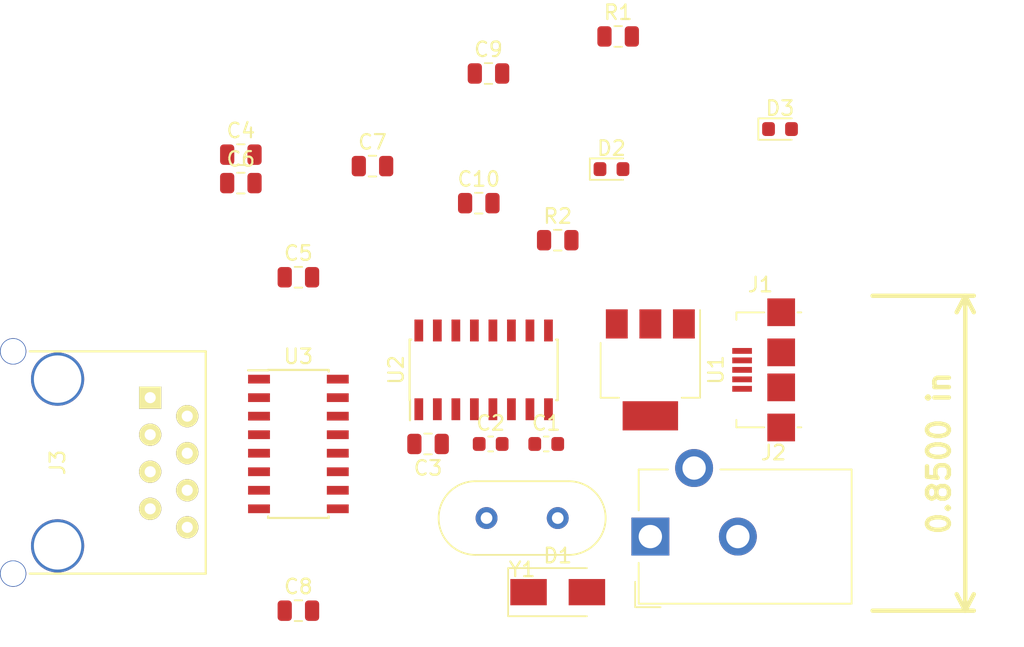
<source format=kicad_pcb>
(kicad_pcb (version 20171130) (host pcbnew 5.0.2+dfsg1-1)

  (general
    (thickness 1.6)
    (drawings 1)
    (tracks 0)
    (zones 0)
    (modules 22)
    (nets 22)
  )

  (page A4)
  (layers
    (0 F.Cu signal)
    (31 B.Cu signal)
    (32 B.Adhes user)
    (33 F.Adhes user)
    (34 B.Paste user)
    (35 F.Paste user)
    (36 B.SilkS user)
    (37 F.SilkS user)
    (38 B.Mask user)
    (39 F.Mask user)
    (40 Dwgs.User user)
    (41 Cmts.User user)
    (42 Eco1.User user)
    (43 Eco2.User user)
    (44 Edge.Cuts user)
    (45 Margin user)
    (46 B.CrtYd user)
    (47 F.CrtYd user)
    (48 B.Fab user)
    (49 F.Fab user)
  )

  (setup
    (last_trace_width 0.25)
    (trace_clearance 0.2)
    (zone_clearance 0.508)
    (zone_45_only no)
    (trace_min 0.2)
    (segment_width 0.2)
    (edge_width 0.15)
    (via_size 0.8)
    (via_drill 0.4)
    (via_min_size 0.4)
    (via_min_drill 0.3)
    (uvia_size 0.3)
    (uvia_drill 0.1)
    (uvias_allowed no)
    (uvia_min_size 0.2)
    (uvia_min_drill 0.1)
    (pcb_text_width 0.3)
    (pcb_text_size 1.5 1.5)
    (mod_edge_width 0.15)
    (mod_text_size 1 1)
    (mod_text_width 0.15)
    (pad_size 1.524 1.524)
    (pad_drill 0.762)
    (pad_to_mask_clearance 0.051)
    (solder_mask_min_width 0.25)
    (aux_axis_origin 0 0)
    (visible_elements FFFFFF7F)
    (pcbplotparams
      (layerselection 0x010fc_ffffffff)
      (usegerberextensions false)
      (usegerberattributes false)
      (usegerberadvancedattributes false)
      (creategerberjobfile false)
      (excludeedgelayer true)
      (linewidth 0.150000)
      (plotframeref false)
      (viasonmask false)
      (mode 1)
      (useauxorigin false)
      (hpglpennumber 1)
      (hpglpenspeed 20)
      (hpglpendiameter 15.000000)
      (psnegative false)
      (psa4output false)
      (plotreference true)
      (plotvalue true)
      (plotinvisibletext false)
      (padsonsilk false)
      (subtractmaskfromsilk false)
      (outputformat 1)
      (mirror false)
      (drillshape 1)
      (scaleselection 1)
      (outputdirectory ""))
  )

  (net 0 "")
  (net 1 /USB_XI)
  (net 2 Earth)
  (net 3 "Net-(C2-Pad1)")
  (net 4 3V3)
  (net 5 "Net-(C4-Pad1)")
  (net 6 "Net-(C4-Pad2)")
  (net 7 "Net-(C6-Pad2)")
  (net 8 "Net-(C6-Pad1)")
  (net 9 "Net-(C7-Pad2)")
  (net 10 "Net-(C8-Pad2)")
  (net 11 12V)
  (net 12 /12VR)
  (net 13 /5V)
  (net 14 /USB_D-)
  (net 15 /USB_D+)
  (net 16 /RS232_TX)
  (net 17 /RS232_RX)
  (net 18 /TTL_TX)
  (net 19 /TTL_RX)
  (net 20 "Net-(D2-Pad2)")
  (net 21 "Net-(D3-Pad2)")

  (net_class Default "This is the default net class."
    (clearance 0.2)
    (trace_width 0.25)
    (via_dia 0.8)
    (via_drill 0.4)
    (uvia_dia 0.3)
    (uvia_drill 0.1)
    (add_net /12VR)
    (add_net /5V)
    (add_net /RS232_RX)
    (add_net /RS232_TX)
    (add_net /TTL_RX)
    (add_net /TTL_TX)
    (add_net /USB_D+)
    (add_net /USB_D-)
    (add_net /USB_XI)
    (add_net 12V)
    (add_net 3V3)
    (add_net Earth)
    (add_net "Net-(C2-Pad1)")
    (add_net "Net-(C4-Pad1)")
    (add_net "Net-(C4-Pad2)")
    (add_net "Net-(C6-Pad1)")
    (add_net "Net-(C6-Pad2)")
    (add_net "Net-(C7-Pad2)")
    (add_net "Net-(C8-Pad2)")
    (add_net "Net-(D2-Pad2)")
    (add_net "Net-(D3-Pad2)")
  )

  (module Capacitor_SMD:C_0603_1608Metric (layer F.Cu) (tedit 5B301BBE) (tstamp 5E0065CD)
    (at 124.9425 76.2)
    (descr "Capacitor SMD 0603 (1608 Metric), square (rectangular) end terminal, IPC_7351 nominal, (Body size source: http://www.tortai-tech.com/upload/download/2011102023233369053.pdf), generated with kicad-footprint-generator")
    (tags capacitor)
    (path /5DABEB73)
    (attr smd)
    (fp_text reference C1 (at 0 -1.43) (layer F.SilkS)
      (effects (font (size 1 1) (thickness 0.15)))
    )
    (fp_text value 22pF (at 0 1.43) (layer F.Fab)
      (effects (font (size 1 1) (thickness 0.15)))
    )
    (fp_line (start -0.8 0.4) (end -0.8 -0.4) (layer F.Fab) (width 0.1))
    (fp_line (start -0.8 -0.4) (end 0.8 -0.4) (layer F.Fab) (width 0.1))
    (fp_line (start 0.8 -0.4) (end 0.8 0.4) (layer F.Fab) (width 0.1))
    (fp_line (start 0.8 0.4) (end -0.8 0.4) (layer F.Fab) (width 0.1))
    (fp_line (start -0.162779 -0.51) (end 0.162779 -0.51) (layer F.SilkS) (width 0.12))
    (fp_line (start -0.162779 0.51) (end 0.162779 0.51) (layer F.SilkS) (width 0.12))
    (fp_line (start -1.48 0.73) (end -1.48 -0.73) (layer F.CrtYd) (width 0.05))
    (fp_line (start -1.48 -0.73) (end 1.48 -0.73) (layer F.CrtYd) (width 0.05))
    (fp_line (start 1.48 -0.73) (end 1.48 0.73) (layer F.CrtYd) (width 0.05))
    (fp_line (start 1.48 0.73) (end -1.48 0.73) (layer F.CrtYd) (width 0.05))
    (fp_text user %R (at 0 0) (layer F.Fab)
      (effects (font (size 0.4 0.4) (thickness 0.06)))
    )
    (pad 1 smd roundrect (at -0.7875 0) (size 0.875 0.95) (layers F.Cu F.Paste F.Mask) (roundrect_rratio 0.25)
      (net 1 /USB_XI))
    (pad 2 smd roundrect (at 0.7875 0) (size 0.875 0.95) (layers F.Cu F.Paste F.Mask) (roundrect_rratio 0.25)
      (net 2 Earth))
    (model ${KISYS3DMOD}/Capacitor_SMD.3dshapes/C_0603_1608Metric.wrl
      (at (xyz 0 0 0))
      (scale (xyz 1 1 1))
      (rotate (xyz 0 0 0))
    )
  )

  (module Capacitor_SMD:C_0603_1608Metric (layer F.Cu) (tedit 5B301BBE) (tstamp 5E0065DE)
    (at 121.1325 76.2)
    (descr "Capacitor SMD 0603 (1608 Metric), square (rectangular) end terminal, IPC_7351 nominal, (Body size source: http://www.tortai-tech.com/upload/download/2011102023233369053.pdf), generated with kicad-footprint-generator")
    (tags capacitor)
    (path /5DABEC2D)
    (attr smd)
    (fp_text reference C2 (at 0 -1.43) (layer F.SilkS)
      (effects (font (size 1 1) (thickness 0.15)))
    )
    (fp_text value 22pF (at 0 1.43) (layer F.Fab)
      (effects (font (size 1 1) (thickness 0.15)))
    )
    (fp_text user %R (at 0 0) (layer F.Fab)
      (effects (font (size 0.4 0.4) (thickness 0.06)))
    )
    (fp_line (start 1.48 0.73) (end -1.48 0.73) (layer F.CrtYd) (width 0.05))
    (fp_line (start 1.48 -0.73) (end 1.48 0.73) (layer F.CrtYd) (width 0.05))
    (fp_line (start -1.48 -0.73) (end 1.48 -0.73) (layer F.CrtYd) (width 0.05))
    (fp_line (start -1.48 0.73) (end -1.48 -0.73) (layer F.CrtYd) (width 0.05))
    (fp_line (start -0.162779 0.51) (end 0.162779 0.51) (layer F.SilkS) (width 0.12))
    (fp_line (start -0.162779 -0.51) (end 0.162779 -0.51) (layer F.SilkS) (width 0.12))
    (fp_line (start 0.8 0.4) (end -0.8 0.4) (layer F.Fab) (width 0.1))
    (fp_line (start 0.8 -0.4) (end 0.8 0.4) (layer F.Fab) (width 0.1))
    (fp_line (start -0.8 -0.4) (end 0.8 -0.4) (layer F.Fab) (width 0.1))
    (fp_line (start -0.8 0.4) (end -0.8 -0.4) (layer F.Fab) (width 0.1))
    (pad 2 smd roundrect (at 0.7875 0) (size 0.875 0.95) (layers F.Cu F.Paste F.Mask) (roundrect_rratio 0.25)
      (net 2 Earth))
    (pad 1 smd roundrect (at -0.7875 0) (size 0.875 0.95) (layers F.Cu F.Paste F.Mask) (roundrect_rratio 0.25)
      (net 3 "Net-(C2-Pad1)"))
    (model ${KISYS3DMOD}/Capacitor_SMD.3dshapes/C_0603_1608Metric.wrl
      (at (xyz 0 0 0))
      (scale (xyz 1 1 1))
      (rotate (xyz 0 0 0))
    )
  )

  (module Capacitor_SMD:C_0805_2012Metric (layer F.Cu) (tedit 5B36C52B) (tstamp 5E0065EF)
    (at 116.84 76.2 180)
    (descr "Capacitor SMD 0805 (2012 Metric), square (rectangular) end terminal, IPC_7351 nominal, (Body size source: https://docs.google.com/spreadsheets/d/1BsfQQcO9C6DZCsRaXUlFlo91Tg2WpOkGARC1WS5S8t0/edit?usp=sharing), generated with kicad-footprint-generator")
    (tags capacitor)
    (path /5DABC6E8)
    (attr smd)
    (fp_text reference C3 (at 0 -1.65 180) (layer F.SilkS)
      (effects (font (size 1 1) (thickness 0.15)))
    )
    (fp_text value 100nF (at 0 1.65 180) (layer F.Fab)
      (effects (font (size 1 1) (thickness 0.15)))
    )
    (fp_text user %R (at 0 0 180) (layer F.Fab)
      (effects (font (size 0.5 0.5) (thickness 0.08)))
    )
    (fp_line (start 1.68 0.95) (end -1.68 0.95) (layer F.CrtYd) (width 0.05))
    (fp_line (start 1.68 -0.95) (end 1.68 0.95) (layer F.CrtYd) (width 0.05))
    (fp_line (start -1.68 -0.95) (end 1.68 -0.95) (layer F.CrtYd) (width 0.05))
    (fp_line (start -1.68 0.95) (end -1.68 -0.95) (layer F.CrtYd) (width 0.05))
    (fp_line (start -0.258578 0.71) (end 0.258578 0.71) (layer F.SilkS) (width 0.12))
    (fp_line (start -0.258578 -0.71) (end 0.258578 -0.71) (layer F.SilkS) (width 0.12))
    (fp_line (start 1 0.6) (end -1 0.6) (layer F.Fab) (width 0.1))
    (fp_line (start 1 -0.6) (end 1 0.6) (layer F.Fab) (width 0.1))
    (fp_line (start -1 -0.6) (end 1 -0.6) (layer F.Fab) (width 0.1))
    (fp_line (start -1 0.6) (end -1 -0.6) (layer F.Fab) (width 0.1))
    (pad 2 smd roundrect (at 0.9375 0 180) (size 0.975 1.4) (layers F.Cu F.Paste F.Mask) (roundrect_rratio 0.25)
      (net 2 Earth))
    (pad 1 smd roundrect (at -0.9375 0 180) (size 0.975 1.4) (layers F.Cu F.Paste F.Mask) (roundrect_rratio 0.25)
      (net 4 3V3))
    (model ${KISYS3DMOD}/Capacitor_SMD.3dshapes/C_0805_2012Metric.wrl
      (at (xyz 0 0 0))
      (scale (xyz 1 1 1))
      (rotate (xyz 0 0 0))
    )
  )

  (module Capacitor_SMD:C_0805_2012Metric (layer F.Cu) (tedit 5B36C52B) (tstamp 5E006600)
    (at 104.005001 56.365001)
    (descr "Capacitor SMD 0805 (2012 Metric), square (rectangular) end terminal, IPC_7351 nominal, (Body size source: https://docs.google.com/spreadsheets/d/1BsfQQcO9C6DZCsRaXUlFlo91Tg2WpOkGARC1WS5S8t0/edit?usp=sharing), generated with kicad-footprint-generator")
    (tags capacitor)
    (path /5DA91EA3)
    (attr smd)
    (fp_text reference C4 (at 0 -1.65) (layer F.SilkS)
      (effects (font (size 1 1) (thickness 0.15)))
    )
    (fp_text value 100nF (at 0 1.65) (layer F.Fab)
      (effects (font (size 1 1) (thickness 0.15)))
    )
    (fp_line (start -1 0.6) (end -1 -0.6) (layer F.Fab) (width 0.1))
    (fp_line (start -1 -0.6) (end 1 -0.6) (layer F.Fab) (width 0.1))
    (fp_line (start 1 -0.6) (end 1 0.6) (layer F.Fab) (width 0.1))
    (fp_line (start 1 0.6) (end -1 0.6) (layer F.Fab) (width 0.1))
    (fp_line (start -0.258578 -0.71) (end 0.258578 -0.71) (layer F.SilkS) (width 0.12))
    (fp_line (start -0.258578 0.71) (end 0.258578 0.71) (layer F.SilkS) (width 0.12))
    (fp_line (start -1.68 0.95) (end -1.68 -0.95) (layer F.CrtYd) (width 0.05))
    (fp_line (start -1.68 -0.95) (end 1.68 -0.95) (layer F.CrtYd) (width 0.05))
    (fp_line (start 1.68 -0.95) (end 1.68 0.95) (layer F.CrtYd) (width 0.05))
    (fp_line (start 1.68 0.95) (end -1.68 0.95) (layer F.CrtYd) (width 0.05))
    (fp_text user %R (at 0 0) (layer F.Fab)
      (effects (font (size 0.5 0.5) (thickness 0.08)))
    )
    (pad 1 smd roundrect (at -0.9375 0) (size 0.975 1.4) (layers F.Cu F.Paste F.Mask) (roundrect_rratio 0.25)
      (net 5 "Net-(C4-Pad1)"))
    (pad 2 smd roundrect (at 0.9375 0) (size 0.975 1.4) (layers F.Cu F.Paste F.Mask) (roundrect_rratio 0.25)
      (net 6 "Net-(C4-Pad2)"))
    (model ${KISYS3DMOD}/Capacitor_SMD.3dshapes/C_0805_2012Metric.wrl
      (at (xyz 0 0 0))
      (scale (xyz 1 1 1))
      (rotate (xyz 0 0 0))
    )
  )

  (module Capacitor_SMD:C_0805_2012Metric (layer F.Cu) (tedit 5B36C52B) (tstamp 5E006611)
    (at 107.95 64.77)
    (descr "Capacitor SMD 0805 (2012 Metric), square (rectangular) end terminal, IPC_7351 nominal, (Body size source: https://docs.google.com/spreadsheets/d/1BsfQQcO9C6DZCsRaXUlFlo91Tg2WpOkGARC1WS5S8t0/edit?usp=sharing), generated with kicad-footprint-generator")
    (tags capacitor)
    (path /5DA921C2)
    (attr smd)
    (fp_text reference C5 (at 0 -1.65) (layer F.SilkS)
      (effects (font (size 1 1) (thickness 0.15)))
    )
    (fp_text value 100nF (at 0 1.65) (layer F.Fab)
      (effects (font (size 1 1) (thickness 0.15)))
    )
    (fp_line (start -1 0.6) (end -1 -0.6) (layer F.Fab) (width 0.1))
    (fp_line (start -1 -0.6) (end 1 -0.6) (layer F.Fab) (width 0.1))
    (fp_line (start 1 -0.6) (end 1 0.6) (layer F.Fab) (width 0.1))
    (fp_line (start 1 0.6) (end -1 0.6) (layer F.Fab) (width 0.1))
    (fp_line (start -0.258578 -0.71) (end 0.258578 -0.71) (layer F.SilkS) (width 0.12))
    (fp_line (start -0.258578 0.71) (end 0.258578 0.71) (layer F.SilkS) (width 0.12))
    (fp_line (start -1.68 0.95) (end -1.68 -0.95) (layer F.CrtYd) (width 0.05))
    (fp_line (start -1.68 -0.95) (end 1.68 -0.95) (layer F.CrtYd) (width 0.05))
    (fp_line (start 1.68 -0.95) (end 1.68 0.95) (layer F.CrtYd) (width 0.05))
    (fp_line (start 1.68 0.95) (end -1.68 0.95) (layer F.CrtYd) (width 0.05))
    (fp_text user %R (at 0 0) (layer F.Fab)
      (effects (font (size 0.5 0.5) (thickness 0.08)))
    )
    (pad 1 smd roundrect (at -0.9375 0) (size 0.975 1.4) (layers F.Cu F.Paste F.Mask) (roundrect_rratio 0.25)
      (net 2 Earth))
    (pad 2 smd roundrect (at 0.9375 0) (size 0.975 1.4) (layers F.Cu F.Paste F.Mask) (roundrect_rratio 0.25)
      (net 4 3V3))
    (model ${KISYS3DMOD}/Capacitor_SMD.3dshapes/C_0805_2012Metric.wrl
      (at (xyz 0 0 0))
      (scale (xyz 1 1 1))
      (rotate (xyz 0 0 0))
    )
  )

  (module Capacitor_SMD:C_0805_2012Metric (layer F.Cu) (tedit 5B36C52B) (tstamp 5E006622)
    (at 104.005001 58.315001)
    (descr "Capacitor SMD 0805 (2012 Metric), square (rectangular) end terminal, IPC_7351 nominal, (Body size source: https://docs.google.com/spreadsheets/d/1BsfQQcO9C6DZCsRaXUlFlo91Tg2WpOkGARC1WS5S8t0/edit?usp=sharing), generated with kicad-footprint-generator")
    (tags capacitor)
    (path /5DA9212B)
    (attr smd)
    (fp_text reference C6 (at 0 -1.65) (layer F.SilkS)
      (effects (font (size 1 1) (thickness 0.15)))
    )
    (fp_text value 100nF (at 0 1.65) (layer F.Fab)
      (effects (font (size 1 1) (thickness 0.15)))
    )
    (fp_text user %R (at 0 0) (layer F.Fab)
      (effects (font (size 0.5 0.5) (thickness 0.08)))
    )
    (fp_line (start 1.68 0.95) (end -1.68 0.95) (layer F.CrtYd) (width 0.05))
    (fp_line (start 1.68 -0.95) (end 1.68 0.95) (layer F.CrtYd) (width 0.05))
    (fp_line (start -1.68 -0.95) (end 1.68 -0.95) (layer F.CrtYd) (width 0.05))
    (fp_line (start -1.68 0.95) (end -1.68 -0.95) (layer F.CrtYd) (width 0.05))
    (fp_line (start -0.258578 0.71) (end 0.258578 0.71) (layer F.SilkS) (width 0.12))
    (fp_line (start -0.258578 -0.71) (end 0.258578 -0.71) (layer F.SilkS) (width 0.12))
    (fp_line (start 1 0.6) (end -1 0.6) (layer F.Fab) (width 0.1))
    (fp_line (start 1 -0.6) (end 1 0.6) (layer F.Fab) (width 0.1))
    (fp_line (start -1 -0.6) (end 1 -0.6) (layer F.Fab) (width 0.1))
    (fp_line (start -1 0.6) (end -1 -0.6) (layer F.Fab) (width 0.1))
    (pad 2 smd roundrect (at 0.9375 0) (size 0.975 1.4) (layers F.Cu F.Paste F.Mask) (roundrect_rratio 0.25)
      (net 7 "Net-(C6-Pad2)"))
    (pad 1 smd roundrect (at -0.9375 0) (size 0.975 1.4) (layers F.Cu F.Paste F.Mask) (roundrect_rratio 0.25)
      (net 8 "Net-(C6-Pad1)"))
    (model ${KISYS3DMOD}/Capacitor_SMD.3dshapes/C_0805_2012Metric.wrl
      (at (xyz 0 0 0))
      (scale (xyz 1 1 1))
      (rotate (xyz 0 0 0))
    )
  )

  (module Capacitor_SMD:C_0805_2012Metric (layer F.Cu) (tedit 5B36C52B) (tstamp 5E006633)
    (at 113.03 57.15)
    (descr "Capacitor SMD 0805 (2012 Metric), square (rectangular) end terminal, IPC_7351 nominal, (Body size source: https://docs.google.com/spreadsheets/d/1BsfQQcO9C6DZCsRaXUlFlo91Tg2WpOkGARC1WS5S8t0/edit?usp=sharing), generated with kicad-footprint-generator")
    (tags capacitor)
    (path /5DA91F74)
    (attr smd)
    (fp_text reference C7 (at 0 -1.65) (layer F.SilkS)
      (effects (font (size 1 1) (thickness 0.15)))
    )
    (fp_text value 100nF (at 0 1.65) (layer F.Fab)
      (effects (font (size 1 1) (thickness 0.15)))
    )
    (fp_text user %R (at 0 0) (layer F.Fab)
      (effects (font (size 0.5 0.5) (thickness 0.08)))
    )
    (fp_line (start 1.68 0.95) (end -1.68 0.95) (layer F.CrtYd) (width 0.05))
    (fp_line (start 1.68 -0.95) (end 1.68 0.95) (layer F.CrtYd) (width 0.05))
    (fp_line (start -1.68 -0.95) (end 1.68 -0.95) (layer F.CrtYd) (width 0.05))
    (fp_line (start -1.68 0.95) (end -1.68 -0.95) (layer F.CrtYd) (width 0.05))
    (fp_line (start -0.258578 0.71) (end 0.258578 0.71) (layer F.SilkS) (width 0.12))
    (fp_line (start -0.258578 -0.71) (end 0.258578 -0.71) (layer F.SilkS) (width 0.12))
    (fp_line (start 1 0.6) (end -1 0.6) (layer F.Fab) (width 0.1))
    (fp_line (start 1 -0.6) (end 1 0.6) (layer F.Fab) (width 0.1))
    (fp_line (start -1 -0.6) (end 1 -0.6) (layer F.Fab) (width 0.1))
    (fp_line (start -1 0.6) (end -1 -0.6) (layer F.Fab) (width 0.1))
    (pad 2 smd roundrect (at 0.9375 0) (size 0.975 1.4) (layers F.Cu F.Paste F.Mask) (roundrect_rratio 0.25)
      (net 9 "Net-(C7-Pad2)"))
    (pad 1 smd roundrect (at -0.9375 0) (size 0.975 1.4) (layers F.Cu F.Paste F.Mask) (roundrect_rratio 0.25)
      (net 4 3V3))
    (model ${KISYS3DMOD}/Capacitor_SMD.3dshapes/C_0805_2012Metric.wrl
      (at (xyz 0 0 0))
      (scale (xyz 1 1 1))
      (rotate (xyz 0 0 0))
    )
  )

  (module Capacitor_SMD:C_0805_2012Metric (layer F.Cu) (tedit 5B36C52B) (tstamp 5E006E8A)
    (at 107.95 87.63)
    (descr "Capacitor SMD 0805 (2012 Metric), square (rectangular) end terminal, IPC_7351 nominal, (Body size source: https://docs.google.com/spreadsheets/d/1BsfQQcO9C6DZCsRaXUlFlo91Tg2WpOkGARC1WS5S8t0/edit?usp=sharing), generated with kicad-footprint-generator")
    (tags capacitor)
    (path /5DA9202C)
    (attr smd)
    (fp_text reference C8 (at 0 -1.65) (layer F.SilkS)
      (effects (font (size 1 1) (thickness 0.15)))
    )
    (fp_text value 100nF (at 0 1.65) (layer F.Fab)
      (effects (font (size 1 1) (thickness 0.15)))
    )
    (fp_line (start -1 0.6) (end -1 -0.6) (layer F.Fab) (width 0.1))
    (fp_line (start -1 -0.6) (end 1 -0.6) (layer F.Fab) (width 0.1))
    (fp_line (start 1 -0.6) (end 1 0.6) (layer F.Fab) (width 0.1))
    (fp_line (start 1 0.6) (end -1 0.6) (layer F.Fab) (width 0.1))
    (fp_line (start -0.258578 -0.71) (end 0.258578 -0.71) (layer F.SilkS) (width 0.12))
    (fp_line (start -0.258578 0.71) (end 0.258578 0.71) (layer F.SilkS) (width 0.12))
    (fp_line (start -1.68 0.95) (end -1.68 -0.95) (layer F.CrtYd) (width 0.05))
    (fp_line (start -1.68 -0.95) (end 1.68 -0.95) (layer F.CrtYd) (width 0.05))
    (fp_line (start 1.68 -0.95) (end 1.68 0.95) (layer F.CrtYd) (width 0.05))
    (fp_line (start 1.68 0.95) (end -1.68 0.95) (layer F.CrtYd) (width 0.05))
    (fp_text user %R (at 0 0) (layer F.Fab)
      (effects (font (size 0.5 0.5) (thickness 0.08)))
    )
    (pad 1 smd roundrect (at -0.9375 0) (size 0.975 1.4) (layers F.Cu F.Paste F.Mask) (roundrect_rratio 0.25)
      (net 2 Earth))
    (pad 2 smd roundrect (at 0.9375 0) (size 0.975 1.4) (layers F.Cu F.Paste F.Mask) (roundrect_rratio 0.25)
      (net 10 "Net-(C8-Pad2)"))
    (model ${KISYS3DMOD}/Capacitor_SMD.3dshapes/C_0805_2012Metric.wrl
      (at (xyz 0 0 0))
      (scale (xyz 1 1 1))
      (rotate (xyz 0 0 0))
    )
  )

  (module Diode_SMD:D_SMA (layer F.Cu) (tedit 586432E5) (tstamp 5E00665C)
    (at 125.73 86.36)
    (descr "Diode SMA (DO-214AC)")
    (tags "Diode SMA (DO-214AC)")
    (path /5DA91DAE)
    (attr smd)
    (fp_text reference D1 (at 0 -2.5) (layer F.SilkS)
      (effects (font (size 1 1) (thickness 0.15)))
    )
    (fp_text value SS14 (at 0 2.6) (layer F.Fab)
      (effects (font (size 1 1) (thickness 0.15)))
    )
    (fp_text user %R (at 0 -2.5) (layer F.Fab)
      (effects (font (size 1 1) (thickness 0.15)))
    )
    (fp_line (start -3.4 -1.65) (end -3.4 1.65) (layer F.SilkS) (width 0.12))
    (fp_line (start 2.3 1.5) (end -2.3 1.5) (layer F.Fab) (width 0.1))
    (fp_line (start -2.3 1.5) (end -2.3 -1.5) (layer F.Fab) (width 0.1))
    (fp_line (start 2.3 -1.5) (end 2.3 1.5) (layer F.Fab) (width 0.1))
    (fp_line (start 2.3 -1.5) (end -2.3 -1.5) (layer F.Fab) (width 0.1))
    (fp_line (start -3.5 -1.75) (end 3.5 -1.75) (layer F.CrtYd) (width 0.05))
    (fp_line (start 3.5 -1.75) (end 3.5 1.75) (layer F.CrtYd) (width 0.05))
    (fp_line (start 3.5 1.75) (end -3.5 1.75) (layer F.CrtYd) (width 0.05))
    (fp_line (start -3.5 1.75) (end -3.5 -1.75) (layer F.CrtYd) (width 0.05))
    (fp_line (start -0.64944 0.00102) (end -1.55114 0.00102) (layer F.Fab) (width 0.1))
    (fp_line (start 0.50118 0.00102) (end 1.4994 0.00102) (layer F.Fab) (width 0.1))
    (fp_line (start -0.64944 -0.79908) (end -0.64944 0.80112) (layer F.Fab) (width 0.1))
    (fp_line (start 0.50118 0.75032) (end 0.50118 -0.79908) (layer F.Fab) (width 0.1))
    (fp_line (start -0.64944 0.00102) (end 0.50118 0.75032) (layer F.Fab) (width 0.1))
    (fp_line (start -0.64944 0.00102) (end 0.50118 -0.79908) (layer F.Fab) (width 0.1))
    (fp_line (start -3.4 1.65) (end 2 1.65) (layer F.SilkS) (width 0.12))
    (fp_line (start -3.4 -1.65) (end 2 -1.65) (layer F.SilkS) (width 0.12))
    (pad 1 smd rect (at -2 0) (size 2.5 1.8) (layers F.Cu F.Paste F.Mask)
      (net 11 12V))
    (pad 2 smd rect (at 2 0) (size 2.5 1.8) (layers F.Cu F.Paste F.Mask)
      (net 12 /12VR))
    (model ${KISYS3DMOD}/Diode_SMD.3dshapes/D_SMA.wrl
      (at (xyz 0 0 0))
      (scale (xyz 1 1 1))
      (rotate (xyz 0 0 0))
    )
  )

  (module flarmusb:USB_Micro (layer F.Cu) (tedit 5A1C90FE) (tstamp 5E00667B)
    (at 139.7 71.12 180)
    (descr http://www.molex.com/pdm_docs/sd/473460001_sd.pdf)
    (tags "Micro-USB SMD")
    (path /5DA90653)
    (attr smd)
    (fp_text reference J1 (at 0.07 5.84) (layer F.SilkS)
      (effects (font (size 1 1) (thickness 0.15)))
    )
    (fp_text value USB_B_Micro (at 0.07 -5.97 180) (layer F.Fab)
      (effects (font (size 1 1) (thickness 0.15)))
    )
    (fp_text user "PCB Front Edge" (at -2.85 7.62 270) (layer Dwgs.User)
      (effects (font (size 0.4 0.4) (thickness 0.04)))
    )
    (fp_line (start 1.72 3.94) (end 1.72 3.43) (layer F.SilkS) (width 0.12))
    (fp_line (start -3.74 4.6) (end -3.74 -4.6) (layer F.CrtYd) (width 0.05))
    (fp_line (start 2.52 4.6) (end -3.74 4.6) (layer F.CrtYd) (width 0.05))
    (fp_line (start 2.52 -4.6) (end 2.52 4.6) (layer F.CrtYd) (width 0.05))
    (fp_line (start -3.74 -4.6) (end 2.52 -4.6) (layer F.CrtYd) (width 0.05))
    (fp_line (start -3.48 3.75) (end -3.48 -3.75) (layer F.Fab) (width 0.1))
    (fp_line (start 1.52 3.75) (end -3.48 3.75) (layer F.Fab) (width 0.1))
    (fp_line (start 1.52 -3.75) (end 1.52 3.75) (layer F.Fab) (width 0.1))
    (fp_line (start -3.48 -3.75) (end 1.52 -3.75) (layer F.Fab) (width 0.1))
    (fp_line (start -2.47 3.94) (end -2.73 3.94) (layer F.SilkS) (width 0.12))
    (fp_line (start 1.72 3.94) (end -0.19 3.94) (layer F.SilkS) (width 0.12))
    (fp_line (start 1.72 -3.94) (end 1.72 -3.43) (layer F.SilkS) (width 0.12))
    (fp_line (start -0.19 -3.94) (end 1.72 -3.94) (layer F.SilkS) (width 0.12))
    (fp_line (start -2.73 -3.94) (end -2.47 -3.94) (layer F.SilkS) (width 0.12))
    (fp_line (start -2.78 -5) (end -2.78 5) (layer Dwgs.User) (width 0.15))
    (pad 1 smd rect (at 1.33 -1.3 180) (size 1.35 0.4) (layers F.Cu F.Paste F.Mask)
      (net 13 /5V) (clearance 0.2))
    (pad 2 smd rect (at 1.33 -0.65 180) (size 1.35 0.4) (layers F.Cu F.Paste F.Mask)
      (net 14 /USB_D-))
    (pad 3 smd rect (at 1.33 0 180) (size 1.35 0.4) (layers F.Cu F.Paste F.Mask)
      (net 15 /USB_D+))
    (pad 4 smd rect (at 1.33 0.65 180) (size 1.35 0.4) (layers F.Cu F.Paste F.Mask)
      (net 2 Earth))
    (pad 5 smd rect (at 1.33 1.3 180) (size 1.35 0.4) (layers F.Cu F.Paste F.Mask)
      (net 2 Earth) (clearance 0.2))
    (pad 6 smd rect (at -1.35 -3.95 180) (size 1.9 1.9) (layers F.Cu F.Paste F.Mask)
      (net 2 Earth))
    (pad 6 smd rect (at -1.35 3.95 180) (size 1.9 1.9) (layers F.Cu F.Paste F.Mask)
      (net 2 Earth))
    (pad 6 smd rect (at -1.35 -1.2 180) (size 1.9 1.9) (layers F.Cu F.Paste F.Mask)
      (net 2 Earth))
    (pad 6 smd rect (at -1.35 1.2 180) (size 1.9 1.9) (layers F.Cu F.Paste F.Mask)
      (net 2 Earth))
    (pad "" np_thru_hole circle (at 0.8 -2 180) (size 0.55 0.55) (drill 0.55) (layers *.Cu)
      (solder_mask_margin 0.1) (clearance 0.1))
    (pad "" np_thru_hole circle (at 0.8 2 180) (size 0.55 0.55) (drill 0.55) (layers *.Cu)
      (solder_mask_margin 0.05) (clearance 0.1))
    (model Connectors_Molex.3dshapes/USB_Micro-B_Molex_47346-0001.wrl
      (offset (xyz -1.269999980926514 0 1.269999980926514))
      (scale (xyz 0.39 0.39 0.39))
      (rotate (xyz -90 0 90))
    )
  )

  (module Connector_BarrelJack:BarrelJack_CUI_PJ-102AH_Horizontal (layer F.Cu) (tedit 5A1DBF38) (tstamp 5E00669D)
    (at 132.08 82.55 90)
    (descr "Thin-pin DC Barrel Jack, https://cdn-shop.adafruit.com/datasheets/21mmdcjackDatasheet.pdf")
    (tags "Power Jack")
    (path /5DA9105C)
    (fp_text reference J2 (at 5.75 8.45 180) (layer F.SilkS)
      (effects (font (size 1 1) (thickness 0.15)))
    )
    (fp_text value Barrel_Jack_Switch (at -5.5 6.2 180) (layer F.Fab)
      (effects (font (size 1 1) (thickness 0.15)))
    )
    (fp_text user %R (at 0 6.5 90) (layer F.Fab)
      (effects (font (size 1 1) (thickness 0.15)))
    )
    (fp_line (start 1.8 -1.8) (end 1.8 -1.2) (layer F.CrtYd) (width 0.05))
    (fp_line (start 1.8 -1.2) (end 5 -1.2) (layer F.CrtYd) (width 0.05))
    (fp_line (start 5 -1.2) (end 5 1.2) (layer F.CrtYd) (width 0.05))
    (fp_line (start 5 1.2) (end 6.5 1.2) (layer F.CrtYd) (width 0.05))
    (fp_line (start 6.5 1.2) (end 6.5 4.8) (layer F.CrtYd) (width 0.05))
    (fp_line (start 6.5 4.8) (end 5 4.8) (layer F.CrtYd) (width 0.05))
    (fp_line (start 5 4.8) (end 5 14.2) (layer F.CrtYd) (width 0.05))
    (fp_line (start 5 14.2) (end -5 14.2) (layer F.CrtYd) (width 0.05))
    (fp_line (start -5 14.2) (end -5 -1.2) (layer F.CrtYd) (width 0.05))
    (fp_line (start -5 -1.2) (end -1.8 -1.2) (layer F.CrtYd) (width 0.05))
    (fp_line (start -1.8 -1.2) (end -1.8 -1.8) (layer F.CrtYd) (width 0.05))
    (fp_line (start -1.8 -1.8) (end 1.8 -1.8) (layer F.CrtYd) (width 0.05))
    (fp_line (start 4.6 4.8) (end 4.6 13.8) (layer F.SilkS) (width 0.12))
    (fp_line (start 4.6 13.8) (end -4.6 13.8) (layer F.SilkS) (width 0.12))
    (fp_line (start -4.6 13.8) (end -4.6 -0.8) (layer F.SilkS) (width 0.12))
    (fp_line (start -4.6 -0.8) (end -1.8 -0.8) (layer F.SilkS) (width 0.12))
    (fp_line (start 1.8 -0.8) (end 4.6 -0.8) (layer F.SilkS) (width 0.12))
    (fp_line (start 4.6 -0.8) (end 4.6 1.2) (layer F.SilkS) (width 0.12))
    (fp_line (start -4.84 0.7) (end -4.84 -1.04) (layer F.SilkS) (width 0.12))
    (fp_line (start -4.84 -1.04) (end -3.1 -1.04) (layer F.SilkS) (width 0.12))
    (fp_line (start 4.5 -0.7) (end 4.5 13.7) (layer F.Fab) (width 0.1))
    (fp_line (start 4.5 13.7) (end -4.5 13.7) (layer F.Fab) (width 0.1))
    (fp_line (start -4.5 13.7) (end -4.5 0.3) (layer F.Fab) (width 0.1))
    (fp_line (start -4.5 0.3) (end -3.5 -0.7) (layer F.Fab) (width 0.1))
    (fp_line (start -3.5 -0.7) (end 4.5 -0.7) (layer F.Fab) (width 0.1))
    (fp_line (start -4.5 10.2) (end 4.5 10.2) (layer F.Fab) (width 0.1))
    (pad 1 thru_hole rect (at 0 0 90) (size 2.6 2.6) (drill 1.6) (layers *.Cu *.Mask)
      (net 12 /12VR))
    (pad 2 thru_hole circle (at 0 6 90) (size 2.6 2.6) (drill 1.6) (layers *.Cu *.Mask)
      (net 2 Earth))
    (pad 3 thru_hole circle (at 4.7 3 90) (size 2.6 2.6) (drill 1.6) (layers *.Cu *.Mask)
      (net 2 Earth))
    (model ${KISYS3DMOD}/Connector_BarrelJack.3dshapes/BarrelJack_CUI_PJ-102AH_Horizontal.wrl
      (at (xyz 0 0 0))
      (scale (xyz 1 1 1))
      (rotate (xyz 0 0 0))
    )
  )

  (module flarmusb:RJ45_SOCKET_SHLD (layer F.Cu) (tedit 5DA4B40E) (tstamp 5E006B71)
    (at 91.44 77.47 270)
    (tags RJ45)
    (path /5DA90CA3)
    (fp_text reference J3 (at 0 0 270) (layer F.SilkS)
      (effects (font (size 1 1) (thickness 0.15)))
    )
    (fp_text value RJ45_Shielded (at 0 -3.5 270) (layer F.Fab)
      (effects (font (size 1 1) (thickness 0.15)))
    )
    (fp_line (start 7.62 1.905) (end 7.62 -10.16) (layer F.SilkS) (width 0.15))
    (fp_line (start 7.62 -10.16) (end -7.62 -10.16) (layer F.SilkS) (width 0.15))
    (fp_line (start -7.62 -10.16) (end -7.62 1.905) (layer F.SilkS) (width 0.15))
    (pad "" np_thru_hole circle (at 5.715 0 270) (size 3.64998 3.64998) (drill 3.2512) (layers *.Cu *.Mask))
    (pad "" np_thru_hole circle (at -5.715 0 270) (size 3.64998 3.64998) (drill 3.2512) (layers *.Cu *.Mask))
    (pad 1 thru_hole rect (at -4.445 -6.35 270) (size 1.524 1.524) (drill 0.762) (layers *.Cu *.Mask F.SilkS)
      (net 2 Earth))
    (pad 2 thru_hole circle (at -3.175 -8.89 270) (size 1.524 1.524) (drill 0.762) (layers *.Cu *.Mask F.SilkS)
      (net 2 Earth))
    (pad 3 thru_hole circle (at -1.905 -6.35 270) (size 1.524 1.524) (drill 0.762) (layers *.Cu *.Mask F.SilkS)
      (net 16 /RS232_TX))
    (pad 4 thru_hole circle (at -0.635 -8.89 270) (size 1.524 1.524) (drill 0.762) (layers *.Cu *.Mask F.SilkS)
      (net 17 /RS232_RX))
    (pad 5 thru_hole circle (at 0.635 -6.35 270) (size 1.524 1.524) (drill 0.762) (layers *.Cu *.Mask F.SilkS))
    (pad 6 thru_hole circle (at 1.905 -8.89 270) (size 1.524 1.524) (drill 0.762) (layers *.Cu *.Mask F.SilkS))
    (pad 7 thru_hole circle (at 3.175 -6.35 270) (size 1.524 1.524) (drill 0.762) (layers *.Cu *.Mask F.SilkS)
      (net 11 12V))
    (pad 8 thru_hole circle (at 4.445 -8.89 270) (size 1.524 1.524) (drill 0.762) (layers *.Cu *.Mask F.SilkS)
      (net 11 12V))
    (pad SH thru_hole circle (at -7.62 3.048 270) (size 1.8 1.8) (drill 1.7) (layers *.Cu *.Mask)
      (net 2 Earth))
    (pad SH thru_hole circle (at 7.62 3.048 270) (size 1.8 1.8) (drill 1.7) (layers *.Cu *.Mask)
      (net 2 Earth))
    (model Connect.3dshapes/RJ45_8.wrl
      (at (xyz 0 0 0))
      (scale (xyz 0.4 0.4 0.4))
      (rotate (xyz 0 0 0))
    )
  )

  (module Package_TO_SOT_SMD:SOT-223-3_TabPin2 (layer F.Cu) (tedit 5A02FF57) (tstamp 5E0066C6)
    (at 132.08 71.12 270)
    (descr "module CMS SOT223 4 pins")
    (tags "CMS SOT")
    (path /5DA91733)
    (attr smd)
    (fp_text reference U1 (at 0 -4.5 270) (layer F.SilkS)
      (effects (font (size 1 1) (thickness 0.15)))
    )
    (fp_text value LM3940-3.3 (at 0 4.5 270) (layer F.Fab)
      (effects (font (size 1 1) (thickness 0.15)))
    )
    (fp_text user %R (at 0 0) (layer F.Fab)
      (effects (font (size 0.8 0.8) (thickness 0.12)))
    )
    (fp_line (start 1.91 3.41) (end 1.91 2.15) (layer F.SilkS) (width 0.12))
    (fp_line (start 1.91 -3.41) (end 1.91 -2.15) (layer F.SilkS) (width 0.12))
    (fp_line (start 4.4 -3.6) (end -4.4 -3.6) (layer F.CrtYd) (width 0.05))
    (fp_line (start 4.4 3.6) (end 4.4 -3.6) (layer F.CrtYd) (width 0.05))
    (fp_line (start -4.4 3.6) (end 4.4 3.6) (layer F.CrtYd) (width 0.05))
    (fp_line (start -4.4 -3.6) (end -4.4 3.6) (layer F.CrtYd) (width 0.05))
    (fp_line (start -1.85 -2.35) (end -0.85 -3.35) (layer F.Fab) (width 0.1))
    (fp_line (start -1.85 -2.35) (end -1.85 3.35) (layer F.Fab) (width 0.1))
    (fp_line (start -1.85 3.41) (end 1.91 3.41) (layer F.SilkS) (width 0.12))
    (fp_line (start -0.85 -3.35) (end 1.85 -3.35) (layer F.Fab) (width 0.1))
    (fp_line (start -4.1 -3.41) (end 1.91 -3.41) (layer F.SilkS) (width 0.12))
    (fp_line (start -1.85 3.35) (end 1.85 3.35) (layer F.Fab) (width 0.1))
    (fp_line (start 1.85 -3.35) (end 1.85 3.35) (layer F.Fab) (width 0.1))
    (pad 2 smd rect (at 3.15 0 270) (size 2 3.8) (layers F.Cu F.Paste F.Mask)
      (net 2 Earth))
    (pad 2 smd rect (at -3.15 0 270) (size 2 1.5) (layers F.Cu F.Paste F.Mask)
      (net 2 Earth))
    (pad 3 smd rect (at -3.15 2.3 270) (size 2 1.5) (layers F.Cu F.Paste F.Mask)
      (net 4 3V3))
    (pad 1 smd rect (at -3.15 -2.3 270) (size 2 1.5) (layers F.Cu F.Paste F.Mask)
      (net 13 /5V))
    (model ${KISYS3DMOD}/Package_TO_SOT_SMD.3dshapes/SOT-223.wrl
      (at (xyz 0 0 0))
      (scale (xyz 1 1 1))
      (rotate (xyz 0 0 0))
    )
  )

  (module Package_SO:SOIC-16_3.9x9.9mm_P1.27mm (layer F.Cu) (tedit 5A02F2D3) (tstamp 5E0066EB)
    (at 120.65 71.12 90)
    (descr "16-Lead Plastic Small Outline (SL) - Narrow, 3.90 mm Body [SOIC] (see Microchip Packaging Specification 00000049BS.pdf)")
    (tags "SOIC 1.27")
    (path /5DA906FF)
    (attr smd)
    (fp_text reference U2 (at 0 -6 90) (layer F.SilkS)
      (effects (font (size 1 1) (thickness 0.15)))
    )
    (fp_text value CH340G (at 0 6 90) (layer F.Fab)
      (effects (font (size 1 1) (thickness 0.15)))
    )
    (fp_text user %R (at 0 0 90) (layer F.Fab)
      (effects (font (size 0.9 0.9) (thickness 0.135)))
    )
    (fp_line (start -0.95 -4.95) (end 1.95 -4.95) (layer F.Fab) (width 0.15))
    (fp_line (start 1.95 -4.95) (end 1.95 4.95) (layer F.Fab) (width 0.15))
    (fp_line (start 1.95 4.95) (end -1.95 4.95) (layer F.Fab) (width 0.15))
    (fp_line (start -1.95 4.95) (end -1.95 -3.95) (layer F.Fab) (width 0.15))
    (fp_line (start -1.95 -3.95) (end -0.95 -4.95) (layer F.Fab) (width 0.15))
    (fp_line (start -3.7 -5.25) (end -3.7 5.25) (layer F.CrtYd) (width 0.05))
    (fp_line (start 3.7 -5.25) (end 3.7 5.25) (layer F.CrtYd) (width 0.05))
    (fp_line (start -3.7 -5.25) (end 3.7 -5.25) (layer F.CrtYd) (width 0.05))
    (fp_line (start -3.7 5.25) (end 3.7 5.25) (layer F.CrtYd) (width 0.05))
    (fp_line (start -2.075 -5.075) (end -2.075 -5.05) (layer F.SilkS) (width 0.15))
    (fp_line (start 2.075 -5.075) (end 2.075 -4.97) (layer F.SilkS) (width 0.15))
    (fp_line (start 2.075 5.075) (end 2.075 4.97) (layer F.SilkS) (width 0.15))
    (fp_line (start -2.075 5.075) (end -2.075 4.97) (layer F.SilkS) (width 0.15))
    (fp_line (start -2.075 -5.075) (end 2.075 -5.075) (layer F.SilkS) (width 0.15))
    (fp_line (start -2.075 5.075) (end 2.075 5.075) (layer F.SilkS) (width 0.15))
    (fp_line (start -2.075 -5.05) (end -3.45 -5.05) (layer F.SilkS) (width 0.15))
    (pad 1 smd rect (at -2.7 -4.445 90) (size 1.5 0.6) (layers F.Cu F.Paste F.Mask)
      (net 2 Earth))
    (pad 2 smd rect (at -2.7 -3.175 90) (size 1.5 0.6) (layers F.Cu F.Paste F.Mask)
      (net 18 /TTL_TX))
    (pad 3 smd rect (at -2.7 -1.905 90) (size 1.5 0.6) (layers F.Cu F.Paste F.Mask)
      (net 19 /TTL_RX))
    (pad 4 smd rect (at -2.7 -0.635 90) (size 1.5 0.6) (layers F.Cu F.Paste F.Mask)
      (net 4 3V3))
    (pad 5 smd rect (at -2.7 0.635 90) (size 1.5 0.6) (layers F.Cu F.Paste F.Mask)
      (net 15 /USB_D+))
    (pad 6 smd rect (at -2.7 1.905 90) (size 1.5 0.6) (layers F.Cu F.Paste F.Mask)
      (net 14 /USB_D-))
    (pad 7 smd rect (at -2.7 3.175 90) (size 1.5 0.6) (layers F.Cu F.Paste F.Mask)
      (net 1 /USB_XI))
    (pad 8 smd rect (at -2.7 4.445 90) (size 1.5 0.6) (layers F.Cu F.Paste F.Mask)
      (net 3 "Net-(C2-Pad1)"))
    (pad 9 smd rect (at 2.7 4.445 90) (size 1.5 0.6) (layers F.Cu F.Paste F.Mask))
    (pad 10 smd rect (at 2.7 3.175 90) (size 1.5 0.6) (layers F.Cu F.Paste F.Mask))
    (pad 11 smd rect (at 2.7 1.905 90) (size 1.5 0.6) (layers F.Cu F.Paste F.Mask))
    (pad 12 smd rect (at 2.7 0.635 90) (size 1.5 0.6) (layers F.Cu F.Paste F.Mask))
    (pad 13 smd rect (at 2.7 -0.635 90) (size 1.5 0.6) (layers F.Cu F.Paste F.Mask))
    (pad 14 smd rect (at 2.7 -1.905 90) (size 1.5 0.6) (layers F.Cu F.Paste F.Mask))
    (pad 15 smd rect (at 2.7 -3.175 90) (size 1.5 0.6) (layers F.Cu F.Paste F.Mask))
    (pad 16 smd rect (at 2.7 -4.445 90) (size 1.5 0.6) (layers F.Cu F.Paste F.Mask)
      (net 4 3V3))
    (model ${KISYS3DMOD}/Package_SO.3dshapes/SOIC-16_3.9x9.9mm_P1.27mm.wrl
      (at (xyz 0 0 0))
      (scale (xyz 1 1 1))
      (rotate (xyz 0 0 0))
    )
  )

  (module Package_SO:SOIC-16_3.9x9.9mm_P1.27mm (layer F.Cu) (tedit 5A02F2D3) (tstamp 5E006710)
    (at 107.95 76.2)
    (descr "16-Lead Plastic Small Outline (SL) - Narrow, 3.90 mm Body [SOIC] (see Microchip Packaging Specification 00000049BS.pdf)")
    (tags "SOIC 1.27")
    (path /5DA90833)
    (attr smd)
    (fp_text reference U3 (at 0 -6) (layer F.SilkS)
      (effects (font (size 1 1) (thickness 0.15)))
    )
    (fp_text value MAX3232 (at -0.565001 5.764999) (layer F.Fab)
      (effects (font (size 1 1) (thickness 0.15)))
    )
    (fp_line (start -2.075 -5.05) (end -3.45 -5.05) (layer F.SilkS) (width 0.15))
    (fp_line (start -2.075 5.075) (end 2.075 5.075) (layer F.SilkS) (width 0.15))
    (fp_line (start -2.075 -5.075) (end 2.075 -5.075) (layer F.SilkS) (width 0.15))
    (fp_line (start -2.075 5.075) (end -2.075 4.97) (layer F.SilkS) (width 0.15))
    (fp_line (start 2.075 5.075) (end 2.075 4.97) (layer F.SilkS) (width 0.15))
    (fp_line (start 2.075 -5.075) (end 2.075 -4.97) (layer F.SilkS) (width 0.15))
    (fp_line (start -2.075 -5.075) (end -2.075 -5.05) (layer F.SilkS) (width 0.15))
    (fp_line (start -3.7 5.25) (end 3.7 5.25) (layer F.CrtYd) (width 0.05))
    (fp_line (start -3.7 -5.25) (end 3.7 -5.25) (layer F.CrtYd) (width 0.05))
    (fp_line (start 3.7 -5.25) (end 3.7 5.25) (layer F.CrtYd) (width 0.05))
    (fp_line (start -3.7 -5.25) (end -3.7 5.25) (layer F.CrtYd) (width 0.05))
    (fp_line (start -1.95 -3.95) (end -0.95 -4.95) (layer F.Fab) (width 0.15))
    (fp_line (start -1.95 4.95) (end -1.95 -3.95) (layer F.Fab) (width 0.15))
    (fp_line (start 1.95 4.95) (end -1.95 4.95) (layer F.Fab) (width 0.15))
    (fp_line (start 1.95 -4.95) (end 1.95 4.95) (layer F.Fab) (width 0.15))
    (fp_line (start -0.95 -4.95) (end 1.95 -4.95) (layer F.Fab) (width 0.15))
    (fp_text user %R (at 0 0) (layer F.Fab)
      (effects (font (size 0.9 0.9) (thickness 0.135)))
    )
    (pad 16 smd rect (at 2.7 -4.445) (size 1.5 0.6) (layers F.Cu F.Paste F.Mask)
      (net 4 3V3))
    (pad 15 smd rect (at 2.7 -3.175) (size 1.5 0.6) (layers F.Cu F.Paste F.Mask)
      (net 2 Earth))
    (pad 14 smd rect (at 2.7 -1.905) (size 1.5 0.6) (layers F.Cu F.Paste F.Mask)
      (net 16 /RS232_TX))
    (pad 13 smd rect (at 2.7 -0.635) (size 1.5 0.6) (layers F.Cu F.Paste F.Mask)
      (net 17 /RS232_RX))
    (pad 12 smd rect (at 2.7 0.635) (size 1.5 0.6) (layers F.Cu F.Paste F.Mask)
      (net 19 /TTL_RX))
    (pad 11 smd rect (at 2.7 1.905) (size 1.5 0.6) (layers F.Cu F.Paste F.Mask)
      (net 18 /TTL_TX))
    (pad 10 smd rect (at 2.7 3.175) (size 1.5 0.6) (layers F.Cu F.Paste F.Mask))
    (pad 9 smd rect (at 2.7 4.445) (size 1.5 0.6) (layers F.Cu F.Paste F.Mask))
    (pad 8 smd rect (at -2.7 4.445) (size 1.5 0.6) (layers F.Cu F.Paste F.Mask))
    (pad 7 smd rect (at -2.7 3.175) (size 1.5 0.6) (layers F.Cu F.Paste F.Mask))
    (pad 6 smd rect (at -2.7 1.905) (size 1.5 0.6) (layers F.Cu F.Paste F.Mask)
      (net 10 "Net-(C8-Pad2)"))
    (pad 5 smd rect (at -2.7 0.635) (size 1.5 0.6) (layers F.Cu F.Paste F.Mask)
      (net 7 "Net-(C6-Pad2)"))
    (pad 4 smd rect (at -2.7 -0.635) (size 1.5 0.6) (layers F.Cu F.Paste F.Mask)
      (net 8 "Net-(C6-Pad1)"))
    (pad 3 smd rect (at -2.7 -1.905) (size 1.5 0.6) (layers F.Cu F.Paste F.Mask)
      (net 6 "Net-(C4-Pad2)"))
    (pad 2 smd rect (at -2.7 -3.175) (size 1.5 0.6) (layers F.Cu F.Paste F.Mask)
      (net 9 "Net-(C7-Pad2)"))
    (pad 1 smd rect (at -2.7 -4.445) (size 1.5 0.6) (layers F.Cu F.Paste F.Mask)
      (net 5 "Net-(C4-Pad1)"))
    (model ${KISYS3DMOD}/Package_SO.3dshapes/SOIC-16_3.9x9.9mm_P1.27mm.wrl
      (at (xyz 0 0 0))
      (scale (xyz 1 1 1))
      (rotate (xyz 0 0 0))
    )
  )

  (module Crystal:Crystal_HC49-4H_Vertical (layer F.Cu) (tedit 5A1AD3B7) (tstamp 5E007574)
    (at 125.73 81.28 180)
    (descr "Crystal THT HC-49-4H http://5hertz.com/pdfs/04404_D.pdf")
    (tags "THT crystalHC-49-4H")
    (path /5DA9117C)
    (fp_text reference Y1 (at 2.44 -3.525 180) (layer F.SilkS)
      (effects (font (size 1 1) (thickness 0.15)))
    )
    (fp_text value 12M (at 2.44 3.525 180) (layer F.Fab)
      (effects (font (size 1 1) (thickness 0.15)))
    )
    (fp_text user %R (at 2.44 0 180) (layer F.Fab)
      (effects (font (size 1 1) (thickness 0.15)))
    )
    (fp_line (start -0.76 -2.325) (end 5.64 -2.325) (layer F.Fab) (width 0.1))
    (fp_line (start -0.76 2.325) (end 5.64 2.325) (layer F.Fab) (width 0.1))
    (fp_line (start -0.56 -2) (end 5.44 -2) (layer F.Fab) (width 0.1))
    (fp_line (start -0.56 2) (end 5.44 2) (layer F.Fab) (width 0.1))
    (fp_line (start -0.76 -2.525) (end 5.64 -2.525) (layer F.SilkS) (width 0.12))
    (fp_line (start -0.76 2.525) (end 5.64 2.525) (layer F.SilkS) (width 0.12))
    (fp_line (start -3.6 -2.8) (end -3.6 2.8) (layer F.CrtYd) (width 0.05))
    (fp_line (start -3.6 2.8) (end 8.5 2.8) (layer F.CrtYd) (width 0.05))
    (fp_line (start 8.5 2.8) (end 8.5 -2.8) (layer F.CrtYd) (width 0.05))
    (fp_line (start 8.5 -2.8) (end -3.6 -2.8) (layer F.CrtYd) (width 0.05))
    (fp_arc (start -0.76 0) (end -0.76 -2.325) (angle -180) (layer F.Fab) (width 0.1))
    (fp_arc (start 5.64 0) (end 5.64 -2.325) (angle 180) (layer F.Fab) (width 0.1))
    (fp_arc (start -0.56 0) (end -0.56 -2) (angle -180) (layer F.Fab) (width 0.1))
    (fp_arc (start 5.44 0) (end 5.44 -2) (angle 180) (layer F.Fab) (width 0.1))
    (fp_arc (start -0.76 0) (end -0.76 -2.525) (angle -180) (layer F.SilkS) (width 0.12))
    (fp_arc (start 5.64 0) (end 5.64 -2.525) (angle 180) (layer F.SilkS) (width 0.12))
    (pad 1 thru_hole circle (at 0 0 180) (size 1.5 1.5) (drill 0.8) (layers *.Cu *.Mask)
      (net 1 /USB_XI))
    (pad 2 thru_hole circle (at 4.88 0 180) (size 1.5 1.5) (drill 0.8) (layers *.Cu *.Mask)
      (net 3 "Net-(C2-Pad1)"))
    (model ${KISYS3DMOD}/Crystal.3dshapes/Crystal_HC49-4H_Vertical.wrl
      (at (xyz 0 0 0))
      (scale (xyz 1 1 1))
      (rotate (xyz 0 0 0))
    )
  )

  (module Capacitor_SMD:C_0805_2012Metric (layer F.Cu) (tedit 5B36C52B) (tstamp 5E007AAC)
    (at 120.9825 50.8)
    (descr "Capacitor SMD 0805 (2012 Metric), square (rectangular) end terminal, IPC_7351 nominal, (Body size source: https://docs.google.com/spreadsheets/d/1BsfQQcO9C6DZCsRaXUlFlo91Tg2WpOkGARC1WS5S8t0/edit?usp=sharing), generated with kicad-footprint-generator")
    (tags capacitor)
    (path /5DA715F9)
    (attr smd)
    (fp_text reference C9 (at 0 -1.65) (layer F.SilkS)
      (effects (font (size 1 1) (thickness 0.15)))
    )
    (fp_text value 1uF (at 0 1.65) (layer F.Fab)
      (effects (font (size 1 1) (thickness 0.15)))
    )
    (fp_line (start -1 0.6) (end -1 -0.6) (layer F.Fab) (width 0.1))
    (fp_line (start -1 -0.6) (end 1 -0.6) (layer F.Fab) (width 0.1))
    (fp_line (start 1 -0.6) (end 1 0.6) (layer F.Fab) (width 0.1))
    (fp_line (start 1 0.6) (end -1 0.6) (layer F.Fab) (width 0.1))
    (fp_line (start -0.258578 -0.71) (end 0.258578 -0.71) (layer F.SilkS) (width 0.12))
    (fp_line (start -0.258578 0.71) (end 0.258578 0.71) (layer F.SilkS) (width 0.12))
    (fp_line (start -1.68 0.95) (end -1.68 -0.95) (layer F.CrtYd) (width 0.05))
    (fp_line (start -1.68 -0.95) (end 1.68 -0.95) (layer F.CrtYd) (width 0.05))
    (fp_line (start 1.68 -0.95) (end 1.68 0.95) (layer F.CrtYd) (width 0.05))
    (fp_line (start 1.68 0.95) (end -1.68 0.95) (layer F.CrtYd) (width 0.05))
    (fp_text user %R (at 0 0) (layer F.Fab)
      (effects (font (size 0.5 0.5) (thickness 0.08)))
    )
    (pad 1 smd roundrect (at -0.9375 0) (size 0.975 1.4) (layers F.Cu F.Paste F.Mask) (roundrect_rratio 0.25)
      (net 2 Earth))
    (pad 2 smd roundrect (at 0.9375 0) (size 0.975 1.4) (layers F.Cu F.Paste F.Mask) (roundrect_rratio 0.25)
      (net 13 /5V))
    (model ${KISYS3DMOD}/Capacitor_SMD.3dshapes/C_0805_2012Metric.wrl
      (at (xyz 0 0 0))
      (scale (xyz 1 1 1))
      (rotate (xyz 0 0 0))
    )
  )

  (module Capacitor_SMD:C_0805_2012Metric (layer F.Cu) (tedit 5B36C52B) (tstamp 5E007ABD)
    (at 120.3175 59.69)
    (descr "Capacitor SMD 0805 (2012 Metric), square (rectangular) end terminal, IPC_7351 nominal, (Body size source: https://docs.google.com/spreadsheets/d/1BsfQQcO9C6DZCsRaXUlFlo91Tg2WpOkGARC1WS5S8t0/edit?usp=sharing), generated with kicad-footprint-generator")
    (tags capacitor)
    (path /5DA75468)
    (attr smd)
    (fp_text reference C10 (at 0 -1.65) (layer F.SilkS)
      (effects (font (size 1 1) (thickness 0.15)))
    )
    (fp_text value 47uF (at 0 1.65) (layer F.Fab)
      (effects (font (size 1 1) (thickness 0.15)))
    )
    (fp_text user %R (at 0 0) (layer F.Fab)
      (effects (font (size 0.5 0.5) (thickness 0.08)))
    )
    (fp_line (start 1.68 0.95) (end -1.68 0.95) (layer F.CrtYd) (width 0.05))
    (fp_line (start 1.68 -0.95) (end 1.68 0.95) (layer F.CrtYd) (width 0.05))
    (fp_line (start -1.68 -0.95) (end 1.68 -0.95) (layer F.CrtYd) (width 0.05))
    (fp_line (start -1.68 0.95) (end -1.68 -0.95) (layer F.CrtYd) (width 0.05))
    (fp_line (start -0.258578 0.71) (end 0.258578 0.71) (layer F.SilkS) (width 0.12))
    (fp_line (start -0.258578 -0.71) (end 0.258578 -0.71) (layer F.SilkS) (width 0.12))
    (fp_line (start 1 0.6) (end -1 0.6) (layer F.Fab) (width 0.1))
    (fp_line (start 1 -0.6) (end 1 0.6) (layer F.Fab) (width 0.1))
    (fp_line (start -1 -0.6) (end 1 -0.6) (layer F.Fab) (width 0.1))
    (fp_line (start -1 0.6) (end -1 -0.6) (layer F.Fab) (width 0.1))
    (pad 2 smd roundrect (at 0.9375 0) (size 0.975 1.4) (layers F.Cu F.Paste F.Mask) (roundrect_rratio 0.25)
      (net 4 3V3))
    (pad 1 smd roundrect (at -0.9375 0) (size 0.975 1.4) (layers F.Cu F.Paste F.Mask) (roundrect_rratio 0.25)
      (net 2 Earth))
    (model ${KISYS3DMOD}/Capacitor_SMD.3dshapes/C_0805_2012Metric.wrl
      (at (xyz 0 0 0))
      (scale (xyz 1 1 1))
      (rotate (xyz 0 0 0))
    )
  )

  (module LED_SMD:LED_0603_1608Metric (layer F.Cu) (tedit 5B301BBE) (tstamp 5E007AD0)
    (at 129.415001 57.355001)
    (descr "LED SMD 0603 (1608 Metric), square (rectangular) end terminal, IPC_7351 nominal, (Body size source: http://www.tortai-tech.com/upload/download/2011102023233369053.pdf), generated with kicad-footprint-generator")
    (tags diode)
    (path /5DA7E4CD)
    (attr smd)
    (fp_text reference D2 (at 0 -1.43) (layer F.SilkS)
      (effects (font (size 1 1) (thickness 0.15)))
    )
    (fp_text value GREEN (at 0 1.43) (layer F.Fab)
      (effects (font (size 1 1) (thickness 0.15)))
    )
    (fp_text user %R (at 0 0) (layer F.Fab)
      (effects (font (size 0.4 0.4) (thickness 0.06)))
    )
    (fp_line (start 1.48 0.73) (end -1.48 0.73) (layer F.CrtYd) (width 0.05))
    (fp_line (start 1.48 -0.73) (end 1.48 0.73) (layer F.CrtYd) (width 0.05))
    (fp_line (start -1.48 -0.73) (end 1.48 -0.73) (layer F.CrtYd) (width 0.05))
    (fp_line (start -1.48 0.73) (end -1.48 -0.73) (layer F.CrtYd) (width 0.05))
    (fp_line (start -1.485 0.735) (end 0.8 0.735) (layer F.SilkS) (width 0.12))
    (fp_line (start -1.485 -0.735) (end -1.485 0.735) (layer F.SilkS) (width 0.12))
    (fp_line (start 0.8 -0.735) (end -1.485 -0.735) (layer F.SilkS) (width 0.12))
    (fp_line (start 0.8 0.4) (end 0.8 -0.4) (layer F.Fab) (width 0.1))
    (fp_line (start -0.8 0.4) (end 0.8 0.4) (layer F.Fab) (width 0.1))
    (fp_line (start -0.8 -0.1) (end -0.8 0.4) (layer F.Fab) (width 0.1))
    (fp_line (start -0.5 -0.4) (end -0.8 -0.1) (layer F.Fab) (width 0.1))
    (fp_line (start 0.8 -0.4) (end -0.5 -0.4) (layer F.Fab) (width 0.1))
    (pad 2 smd roundrect (at 0.7875 0) (size 0.875 0.95) (layers F.Cu F.Paste F.Mask) (roundrect_rratio 0.25)
      (net 20 "Net-(D2-Pad2)"))
    (pad 1 smd roundrect (at -0.7875 0) (size 0.875 0.95) (layers F.Cu F.Paste F.Mask) (roundrect_rratio 0.25)
      (net 19 /TTL_RX))
    (model ${KISYS3DMOD}/LED_SMD.3dshapes/LED_0603_1608Metric.wrl
      (at (xyz 0 0 0))
      (scale (xyz 1 1 1))
      (rotate (xyz 0 0 0))
    )
  )

  (module LED_SMD:LED_0603_1608Metric (layer F.Cu) (tedit 5B301BBE) (tstamp 5E007AE3)
    (at 140.97 54.61)
    (descr "LED SMD 0603 (1608 Metric), square (rectangular) end terminal, IPC_7351 nominal, (Body size source: http://www.tortai-tech.com/upload/download/2011102023233369053.pdf), generated with kicad-footprint-generator")
    (tags diode)
    (path /5DA7E22C)
    (attr smd)
    (fp_text reference D3 (at 0 -1.43) (layer F.SilkS)
      (effects (font (size 1 1) (thickness 0.15)))
    )
    (fp_text value RED (at 0 1.43) (layer F.Fab)
      (effects (font (size 1 1) (thickness 0.15)))
    )
    (fp_line (start 0.8 -0.4) (end -0.5 -0.4) (layer F.Fab) (width 0.1))
    (fp_line (start -0.5 -0.4) (end -0.8 -0.1) (layer F.Fab) (width 0.1))
    (fp_line (start -0.8 -0.1) (end -0.8 0.4) (layer F.Fab) (width 0.1))
    (fp_line (start -0.8 0.4) (end 0.8 0.4) (layer F.Fab) (width 0.1))
    (fp_line (start 0.8 0.4) (end 0.8 -0.4) (layer F.Fab) (width 0.1))
    (fp_line (start 0.8 -0.735) (end -1.485 -0.735) (layer F.SilkS) (width 0.12))
    (fp_line (start -1.485 -0.735) (end -1.485 0.735) (layer F.SilkS) (width 0.12))
    (fp_line (start -1.485 0.735) (end 0.8 0.735) (layer F.SilkS) (width 0.12))
    (fp_line (start -1.48 0.73) (end -1.48 -0.73) (layer F.CrtYd) (width 0.05))
    (fp_line (start -1.48 -0.73) (end 1.48 -0.73) (layer F.CrtYd) (width 0.05))
    (fp_line (start 1.48 -0.73) (end 1.48 0.73) (layer F.CrtYd) (width 0.05))
    (fp_line (start 1.48 0.73) (end -1.48 0.73) (layer F.CrtYd) (width 0.05))
    (fp_text user %R (at 0 0) (layer F.Fab)
      (effects (font (size 0.4 0.4) (thickness 0.06)))
    )
    (pad 1 smd roundrect (at -0.7875 0) (size 0.875 0.95) (layers F.Cu F.Paste F.Mask) (roundrect_rratio 0.25)
      (net 18 /TTL_TX))
    (pad 2 smd roundrect (at 0.7875 0) (size 0.875 0.95) (layers F.Cu F.Paste F.Mask) (roundrect_rratio 0.25)
      (net 21 "Net-(D3-Pad2)"))
    (model ${KISYS3DMOD}/LED_SMD.3dshapes/LED_0603_1608Metric.wrl
      (at (xyz 0 0 0))
      (scale (xyz 1 1 1))
      (rotate (xyz 0 0 0))
    )
  )

  (module Resistor_SMD:R_0805_2012Metric (layer F.Cu) (tedit 5B36C52B) (tstamp 5E007AF4)
    (at 129.8725 48.26)
    (descr "Resistor SMD 0805 (2012 Metric), square (rectangular) end terminal, IPC_7351 nominal, (Body size source: https://docs.google.com/spreadsheets/d/1BsfQQcO9C6DZCsRaXUlFlo91Tg2WpOkGARC1WS5S8t0/edit?usp=sharing), generated with kicad-footprint-generator")
    (tags resistor)
    (path /5DA7E507)
    (attr smd)
    (fp_text reference R1 (at 0 -1.65) (layer F.SilkS)
      (effects (font (size 1 1) (thickness 0.15)))
    )
    (fp_text value 520R (at 0 1.65) (layer F.Fab)
      (effects (font (size 1 1) (thickness 0.15)))
    )
    (fp_line (start -1 0.6) (end -1 -0.6) (layer F.Fab) (width 0.1))
    (fp_line (start -1 -0.6) (end 1 -0.6) (layer F.Fab) (width 0.1))
    (fp_line (start 1 -0.6) (end 1 0.6) (layer F.Fab) (width 0.1))
    (fp_line (start 1 0.6) (end -1 0.6) (layer F.Fab) (width 0.1))
    (fp_line (start -0.258578 -0.71) (end 0.258578 -0.71) (layer F.SilkS) (width 0.12))
    (fp_line (start -0.258578 0.71) (end 0.258578 0.71) (layer F.SilkS) (width 0.12))
    (fp_line (start -1.68 0.95) (end -1.68 -0.95) (layer F.CrtYd) (width 0.05))
    (fp_line (start -1.68 -0.95) (end 1.68 -0.95) (layer F.CrtYd) (width 0.05))
    (fp_line (start 1.68 -0.95) (end 1.68 0.95) (layer F.CrtYd) (width 0.05))
    (fp_line (start 1.68 0.95) (end -1.68 0.95) (layer F.CrtYd) (width 0.05))
    (fp_text user %R (at 0 0) (layer F.Fab)
      (effects (font (size 0.5 0.5) (thickness 0.08)))
    )
    (pad 1 smd roundrect (at -0.9375 0) (size 0.975 1.4) (layers F.Cu F.Paste F.Mask) (roundrect_rratio 0.25)
      (net 4 3V3))
    (pad 2 smd roundrect (at 0.9375 0) (size 0.975 1.4) (layers F.Cu F.Paste F.Mask) (roundrect_rratio 0.25)
      (net 20 "Net-(D2-Pad2)"))
    (model ${KISYS3DMOD}/Resistor_SMD.3dshapes/R_0805_2012Metric.wrl
      (at (xyz 0 0 0))
      (scale (xyz 1 1 1))
      (rotate (xyz 0 0 0))
    )
  )

  (module Resistor_SMD:R_0805_2012Metric (layer F.Cu) (tedit 5B36C52B) (tstamp 5E007B05)
    (at 125.73 62.23)
    (descr "Resistor SMD 0805 (2012 Metric), square (rectangular) end terminal, IPC_7351 nominal, (Body size source: https://docs.google.com/spreadsheets/d/1BsfQQcO9C6DZCsRaXUlFlo91Tg2WpOkGARC1WS5S8t0/edit?usp=sharing), generated with kicad-footprint-generator")
    (tags resistor)
    (path /5DA7E46F)
    (attr smd)
    (fp_text reference R2 (at 0 -1.65) (layer F.SilkS)
      (effects (font (size 1 1) (thickness 0.15)))
    )
    (fp_text value 520R (at 0 1.65) (layer F.Fab)
      (effects (font (size 1 1) (thickness 0.15)))
    )
    (fp_text user %R (at 0 0) (layer F.Fab)
      (effects (font (size 0.5 0.5) (thickness 0.08)))
    )
    (fp_line (start 1.68 0.95) (end -1.68 0.95) (layer F.CrtYd) (width 0.05))
    (fp_line (start 1.68 -0.95) (end 1.68 0.95) (layer F.CrtYd) (width 0.05))
    (fp_line (start -1.68 -0.95) (end 1.68 -0.95) (layer F.CrtYd) (width 0.05))
    (fp_line (start -1.68 0.95) (end -1.68 -0.95) (layer F.CrtYd) (width 0.05))
    (fp_line (start -0.258578 0.71) (end 0.258578 0.71) (layer F.SilkS) (width 0.12))
    (fp_line (start -0.258578 -0.71) (end 0.258578 -0.71) (layer F.SilkS) (width 0.12))
    (fp_line (start 1 0.6) (end -1 0.6) (layer F.Fab) (width 0.1))
    (fp_line (start 1 -0.6) (end 1 0.6) (layer F.Fab) (width 0.1))
    (fp_line (start -1 -0.6) (end 1 -0.6) (layer F.Fab) (width 0.1))
    (fp_line (start -1 0.6) (end -1 -0.6) (layer F.Fab) (width 0.1))
    (pad 2 smd roundrect (at 0.9375 0) (size 0.975 1.4) (layers F.Cu F.Paste F.Mask) (roundrect_rratio 0.25)
      (net 21 "Net-(D3-Pad2)"))
    (pad 1 smd roundrect (at -0.9375 0) (size 0.975 1.4) (layers F.Cu F.Paste F.Mask) (roundrect_rratio 0.25)
      (net 4 3V3))
    (model ${KISYS3DMOD}/Resistor_SMD.3dshapes/R_0805_2012Metric.wrl
      (at (xyz 0 0 0))
      (scale (xyz 1 1 1))
      (rotate (xyz 0 0 0))
    )
  )

  (dimension 21.59 (width 0.3) (layer F.SilkS)
    (gr_text "21.590 mm" (at 155.77 76.835 90) (layer F.SilkS)
      (effects (font (size 1.5 1.5) (thickness 0.3)))
    )
    (feature1 (pts (xy 147.32 66.04) (xy 154.256421 66.04)))
    (feature2 (pts (xy 147.32 87.63) (xy 154.256421 87.63)))
    (crossbar (pts (xy 153.67 87.63) (xy 153.67 66.04)))
    (arrow1a (pts (xy 153.67 66.04) (xy 154.256421 67.166504)))
    (arrow1b (pts (xy 153.67 66.04) (xy 153.083579 67.166504)))
    (arrow2a (pts (xy 153.67 87.63) (xy 154.256421 86.503496)))
    (arrow2b (pts (xy 153.67 87.63) (xy 153.083579 86.503496)))
  )

)

</source>
